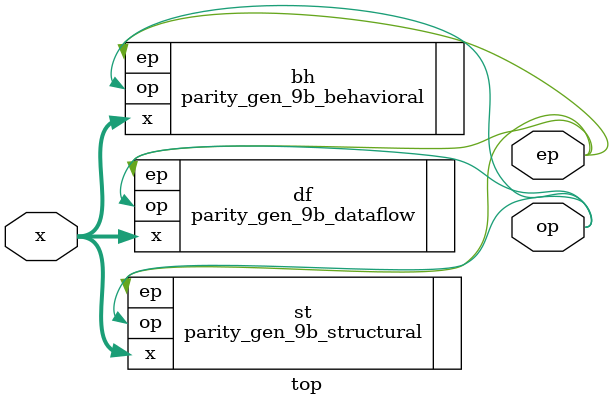
<source format=v>
`timescale 1ns / 1ps

module top(
    input [8:0] x,
    output ep, op
    );
        
    parity_gen_9b_structural st(
        .x(x),
        .ep(ep),
        .op(op)
    );

    parity_gen_9b_dataflow df(
        .x(x),
        .ep(ep),
        .op(op)
    );

    parity_gen_9b_behavioral bh(
        .x(x),
        .ep(ep),
        .op(op)
    );

endmodule

</source>
